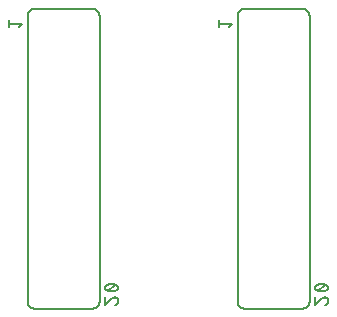
<source format=gbr>
G04 EAGLE Gerber RS-274X export*
G75*
%MOMM*%
%FSLAX34Y34*%
%LPD*%
%INSilkscreen Bottom*%
%IPPOS*%
%AMOC8*
5,1,8,0,0,1.08239X$1,22.5*%
G01*
%ADD10C,0.152400*%
%ADD11C,0.127000*%


D10*
X328930Y520700D02*
X280670Y520700D01*
X280512Y520698D01*
X280353Y520692D01*
X280195Y520682D01*
X280038Y520668D01*
X279880Y520651D01*
X279724Y520629D01*
X279567Y520604D01*
X279412Y520574D01*
X279257Y520541D01*
X279103Y520504D01*
X278950Y520463D01*
X278798Y520418D01*
X278648Y520369D01*
X278498Y520317D01*
X278350Y520261D01*
X278203Y520201D01*
X278058Y520138D01*
X277915Y520071D01*
X277773Y520001D01*
X277633Y519927D01*
X277495Y519849D01*
X277359Y519768D01*
X277225Y519684D01*
X277093Y519597D01*
X276963Y519506D01*
X276836Y519412D01*
X276711Y519315D01*
X276588Y519214D01*
X276468Y519111D01*
X276351Y519005D01*
X276236Y518896D01*
X276124Y518784D01*
X276015Y518669D01*
X275909Y518552D01*
X275806Y518432D01*
X275705Y518309D01*
X275608Y518184D01*
X275514Y518057D01*
X275423Y517927D01*
X275336Y517795D01*
X275252Y517661D01*
X275171Y517525D01*
X275093Y517387D01*
X275019Y517247D01*
X274949Y517105D01*
X274882Y516962D01*
X274819Y516817D01*
X274759Y516670D01*
X274703Y516522D01*
X274651Y516372D01*
X274602Y516222D01*
X274557Y516070D01*
X274516Y515917D01*
X274479Y515763D01*
X274446Y515608D01*
X274416Y515453D01*
X274391Y515296D01*
X274369Y515140D01*
X274352Y514982D01*
X274338Y514825D01*
X274328Y514667D01*
X274322Y514508D01*
X274320Y514350D01*
X328930Y520700D02*
X329088Y520698D01*
X329247Y520692D01*
X329405Y520682D01*
X329562Y520668D01*
X329720Y520651D01*
X329876Y520629D01*
X330033Y520604D01*
X330188Y520574D01*
X330343Y520541D01*
X330497Y520504D01*
X330650Y520463D01*
X330802Y520418D01*
X330952Y520369D01*
X331102Y520317D01*
X331250Y520261D01*
X331397Y520201D01*
X331542Y520138D01*
X331685Y520071D01*
X331827Y520001D01*
X331967Y519927D01*
X332105Y519849D01*
X332241Y519768D01*
X332375Y519684D01*
X332507Y519597D01*
X332637Y519506D01*
X332764Y519412D01*
X332889Y519315D01*
X333012Y519214D01*
X333132Y519111D01*
X333249Y519005D01*
X333364Y518896D01*
X333476Y518784D01*
X333585Y518669D01*
X333691Y518552D01*
X333794Y518432D01*
X333895Y518309D01*
X333992Y518184D01*
X334086Y518057D01*
X334177Y517927D01*
X334264Y517795D01*
X334348Y517661D01*
X334429Y517525D01*
X334507Y517387D01*
X334581Y517247D01*
X334651Y517105D01*
X334718Y516962D01*
X334781Y516817D01*
X334841Y516670D01*
X334897Y516522D01*
X334949Y516372D01*
X334998Y516222D01*
X335043Y516070D01*
X335084Y515917D01*
X335121Y515763D01*
X335154Y515608D01*
X335184Y515453D01*
X335209Y515296D01*
X335231Y515140D01*
X335248Y514982D01*
X335262Y514825D01*
X335272Y514667D01*
X335278Y514508D01*
X335280Y514350D01*
X274320Y514350D02*
X274320Y273050D01*
X280670Y266700D02*
X328930Y266700D01*
X335280Y273050D02*
X335280Y514350D01*
X274320Y273050D02*
X274322Y272892D01*
X274328Y272733D01*
X274338Y272575D01*
X274352Y272418D01*
X274369Y272260D01*
X274391Y272104D01*
X274416Y271947D01*
X274446Y271792D01*
X274479Y271637D01*
X274516Y271483D01*
X274557Y271330D01*
X274602Y271178D01*
X274651Y271028D01*
X274703Y270878D01*
X274759Y270730D01*
X274819Y270583D01*
X274882Y270438D01*
X274949Y270295D01*
X275019Y270153D01*
X275093Y270013D01*
X275171Y269875D01*
X275252Y269739D01*
X275336Y269605D01*
X275423Y269473D01*
X275514Y269343D01*
X275608Y269216D01*
X275705Y269091D01*
X275806Y268968D01*
X275909Y268848D01*
X276015Y268731D01*
X276124Y268616D01*
X276236Y268504D01*
X276351Y268395D01*
X276468Y268289D01*
X276588Y268186D01*
X276711Y268085D01*
X276836Y267988D01*
X276963Y267894D01*
X277093Y267803D01*
X277225Y267716D01*
X277359Y267632D01*
X277495Y267551D01*
X277633Y267473D01*
X277773Y267399D01*
X277915Y267329D01*
X278058Y267262D01*
X278203Y267199D01*
X278350Y267139D01*
X278498Y267083D01*
X278648Y267031D01*
X278798Y266982D01*
X278950Y266937D01*
X279103Y266896D01*
X279257Y266859D01*
X279412Y266826D01*
X279567Y266796D01*
X279724Y266771D01*
X279880Y266749D01*
X280038Y266732D01*
X280195Y266718D01*
X280353Y266708D01*
X280512Y266702D01*
X280670Y266700D01*
X328930Y266700D02*
X329088Y266702D01*
X329247Y266708D01*
X329405Y266718D01*
X329562Y266732D01*
X329720Y266749D01*
X329876Y266771D01*
X330033Y266796D01*
X330188Y266826D01*
X330343Y266859D01*
X330497Y266896D01*
X330650Y266937D01*
X330802Y266982D01*
X330952Y267031D01*
X331102Y267083D01*
X331250Y267139D01*
X331397Y267199D01*
X331542Y267262D01*
X331685Y267329D01*
X331827Y267399D01*
X331967Y267473D01*
X332105Y267551D01*
X332241Y267632D01*
X332375Y267716D01*
X332507Y267803D01*
X332637Y267894D01*
X332764Y267988D01*
X332889Y268085D01*
X333012Y268186D01*
X333132Y268289D01*
X333249Y268395D01*
X333364Y268504D01*
X333476Y268616D01*
X333585Y268731D01*
X333691Y268848D01*
X333794Y268968D01*
X333895Y269091D01*
X333992Y269216D01*
X334086Y269343D01*
X334177Y269473D01*
X334264Y269605D01*
X334348Y269739D01*
X334429Y269875D01*
X334507Y270013D01*
X334581Y270153D01*
X334651Y270295D01*
X334718Y270438D01*
X334781Y270583D01*
X334841Y270730D01*
X334897Y270878D01*
X334949Y271028D01*
X334998Y271178D01*
X335043Y271330D01*
X335084Y271483D01*
X335121Y271637D01*
X335154Y271792D01*
X335184Y271947D01*
X335209Y272104D01*
X335231Y272260D01*
X335248Y272418D01*
X335262Y272575D01*
X335272Y272733D01*
X335278Y272892D01*
X335280Y273050D01*
D11*
X267335Y504825D02*
X269875Y508000D01*
X258445Y508000D01*
X258445Y504825D02*
X258445Y511175D01*
X348298Y276226D02*
X348402Y276224D01*
X348507Y276218D01*
X348611Y276209D01*
X348714Y276196D01*
X348817Y276178D01*
X348919Y276158D01*
X349021Y276133D01*
X349121Y276105D01*
X349221Y276073D01*
X349319Y276037D01*
X349416Y275998D01*
X349511Y275956D01*
X349605Y275910D01*
X349697Y275860D01*
X349787Y275808D01*
X349875Y275752D01*
X349961Y275692D01*
X350045Y275630D01*
X350126Y275565D01*
X350205Y275497D01*
X350282Y275425D01*
X350355Y275352D01*
X350427Y275275D01*
X350495Y275196D01*
X350560Y275115D01*
X350622Y275031D01*
X350682Y274945D01*
X350738Y274857D01*
X350790Y274767D01*
X350840Y274675D01*
X350886Y274581D01*
X350928Y274486D01*
X350967Y274389D01*
X351003Y274291D01*
X351035Y274191D01*
X351063Y274091D01*
X351088Y273989D01*
X351108Y273887D01*
X351126Y273784D01*
X351139Y273681D01*
X351148Y273577D01*
X351154Y273472D01*
X351156Y273368D01*
X351155Y273368D02*
X351153Y273250D01*
X351147Y273131D01*
X351138Y273013D01*
X351125Y272896D01*
X351107Y272779D01*
X351087Y272662D01*
X351062Y272546D01*
X351034Y272431D01*
X351001Y272318D01*
X350966Y272205D01*
X350926Y272093D01*
X350884Y271983D01*
X350837Y271874D01*
X350787Y271766D01*
X350734Y271661D01*
X350677Y271557D01*
X350617Y271455D01*
X350554Y271355D01*
X350487Y271257D01*
X350418Y271161D01*
X350345Y271068D01*
X350269Y270977D01*
X350191Y270888D01*
X350109Y270802D01*
X350025Y270719D01*
X349939Y270638D01*
X349849Y270561D01*
X349758Y270486D01*
X349664Y270414D01*
X349567Y270345D01*
X349469Y270280D01*
X349368Y270217D01*
X349265Y270158D01*
X349161Y270102D01*
X349055Y270050D01*
X348947Y270001D01*
X348838Y269956D01*
X348727Y269914D01*
X348615Y269876D01*
X346076Y275273D02*
X346151Y275349D01*
X346230Y275424D01*
X346311Y275495D01*
X346395Y275564D01*
X346481Y275629D01*
X346569Y275691D01*
X346659Y275751D01*
X346751Y275807D01*
X346846Y275860D01*
X346942Y275909D01*
X347040Y275955D01*
X347139Y275998D01*
X347240Y276037D01*
X347342Y276072D01*
X347445Y276104D01*
X347549Y276132D01*
X347654Y276157D01*
X347761Y276178D01*
X347867Y276195D01*
X347974Y276208D01*
X348082Y276217D01*
X348190Y276223D01*
X348298Y276225D01*
X346075Y275273D02*
X339725Y269875D01*
X339725Y276225D01*
X345440Y281305D02*
X345665Y281308D01*
X345890Y281316D01*
X346114Y281329D01*
X346338Y281348D01*
X346562Y281372D01*
X346785Y281401D01*
X347007Y281436D01*
X347228Y281476D01*
X347448Y281522D01*
X347667Y281572D01*
X347885Y281628D01*
X348102Y281689D01*
X348317Y281755D01*
X348530Y281826D01*
X348741Y281903D01*
X348951Y281984D01*
X349159Y282070D01*
X349364Y282161D01*
X349567Y282257D01*
X349568Y282257D02*
X349656Y282289D01*
X349743Y282325D01*
X349829Y282364D01*
X349913Y282407D01*
X349995Y282453D01*
X350075Y282502D01*
X350153Y282554D01*
X350229Y282610D01*
X350303Y282668D01*
X350374Y282730D01*
X350443Y282794D01*
X350509Y282861D01*
X350572Y282930D01*
X350633Y283002D01*
X350691Y283076D01*
X350745Y283153D01*
X350797Y283231D01*
X350845Y283312D01*
X350890Y283394D01*
X350932Y283479D01*
X350970Y283565D01*
X351005Y283652D01*
X351037Y283740D01*
X351064Y283830D01*
X351089Y283921D01*
X351109Y284013D01*
X351126Y284105D01*
X351139Y284199D01*
X351148Y284292D01*
X351154Y284386D01*
X351156Y284480D01*
X351154Y284574D01*
X351148Y284668D01*
X351139Y284761D01*
X351126Y284855D01*
X351109Y284947D01*
X351089Y285039D01*
X351064Y285130D01*
X351037Y285220D01*
X351005Y285308D01*
X350970Y285395D01*
X350932Y285481D01*
X350890Y285566D01*
X350845Y285648D01*
X350797Y285729D01*
X350745Y285807D01*
X350691Y285884D01*
X350633Y285958D01*
X350572Y286030D01*
X350509Y286099D01*
X350443Y286166D01*
X350374Y286230D01*
X350303Y286292D01*
X350229Y286350D01*
X350153Y286406D01*
X350075Y286458D01*
X349995Y286507D01*
X349913Y286553D01*
X349829Y286596D01*
X349743Y286635D01*
X349656Y286671D01*
X349568Y286703D01*
X349567Y286703D02*
X349364Y286799D01*
X349159Y286890D01*
X348951Y286976D01*
X348741Y287057D01*
X348530Y287134D01*
X348317Y287205D01*
X348102Y287271D01*
X347885Y287332D01*
X347667Y287388D01*
X347448Y287438D01*
X347228Y287484D01*
X347007Y287524D01*
X346785Y287559D01*
X346562Y287588D01*
X346338Y287612D01*
X346114Y287631D01*
X345890Y287644D01*
X345665Y287652D01*
X345440Y287655D01*
X345440Y281305D02*
X345215Y281308D01*
X344990Y281316D01*
X344766Y281329D01*
X344542Y281348D01*
X344318Y281372D01*
X344095Y281401D01*
X343873Y281436D01*
X343652Y281476D01*
X343432Y281522D01*
X343213Y281572D01*
X342995Y281628D01*
X342778Y281689D01*
X342563Y281755D01*
X342350Y281826D01*
X342139Y281903D01*
X341929Y281984D01*
X341721Y282070D01*
X341516Y282161D01*
X341313Y282257D01*
X341225Y282289D01*
X341138Y282325D01*
X341052Y282364D01*
X340968Y282407D01*
X340886Y282453D01*
X340806Y282502D01*
X340728Y282554D01*
X340652Y282610D01*
X340578Y282668D01*
X340507Y282730D01*
X340438Y282794D01*
X340372Y282861D01*
X340309Y282930D01*
X340248Y283002D01*
X340190Y283076D01*
X340136Y283153D01*
X340084Y283231D01*
X340036Y283312D01*
X339991Y283394D01*
X339949Y283479D01*
X339911Y283565D01*
X339876Y283652D01*
X339844Y283740D01*
X339817Y283830D01*
X339792Y283921D01*
X339772Y284013D01*
X339755Y284105D01*
X339742Y284199D01*
X339733Y284292D01*
X339727Y284386D01*
X339725Y284480D01*
X341313Y286703D02*
X341516Y286799D01*
X341721Y286890D01*
X341929Y286976D01*
X342139Y287057D01*
X342350Y287134D01*
X342563Y287205D01*
X342778Y287271D01*
X342995Y287332D01*
X343213Y287388D01*
X343432Y287438D01*
X343652Y287484D01*
X343873Y287524D01*
X344095Y287559D01*
X344318Y287588D01*
X344542Y287612D01*
X344766Y287631D01*
X344990Y287644D01*
X345215Y287652D01*
X345440Y287655D01*
X341313Y286703D02*
X341225Y286671D01*
X341138Y286635D01*
X341052Y286596D01*
X340968Y286553D01*
X340886Y286507D01*
X340806Y286458D01*
X340728Y286406D01*
X340652Y286350D01*
X340578Y286292D01*
X340507Y286230D01*
X340438Y286166D01*
X340372Y286099D01*
X340309Y286030D01*
X340248Y285958D01*
X340190Y285884D01*
X340136Y285807D01*
X340084Y285729D01*
X340036Y285648D01*
X339991Y285566D01*
X339949Y285481D01*
X339911Y285395D01*
X339876Y285308D01*
X339844Y285220D01*
X339817Y285130D01*
X339792Y285039D01*
X339772Y284947D01*
X339755Y284855D01*
X339742Y284761D01*
X339733Y284668D01*
X339727Y284574D01*
X339725Y284480D01*
X342265Y281940D02*
X348615Y287020D01*
D10*
X458470Y520700D02*
X506730Y520700D01*
X458470Y520700D02*
X458312Y520698D01*
X458153Y520692D01*
X457995Y520682D01*
X457838Y520668D01*
X457680Y520651D01*
X457524Y520629D01*
X457367Y520604D01*
X457212Y520574D01*
X457057Y520541D01*
X456903Y520504D01*
X456750Y520463D01*
X456598Y520418D01*
X456448Y520369D01*
X456298Y520317D01*
X456150Y520261D01*
X456003Y520201D01*
X455858Y520138D01*
X455715Y520071D01*
X455573Y520001D01*
X455433Y519927D01*
X455295Y519849D01*
X455159Y519768D01*
X455025Y519684D01*
X454893Y519597D01*
X454763Y519506D01*
X454636Y519412D01*
X454511Y519315D01*
X454388Y519214D01*
X454268Y519111D01*
X454151Y519005D01*
X454036Y518896D01*
X453924Y518784D01*
X453815Y518669D01*
X453709Y518552D01*
X453606Y518432D01*
X453505Y518309D01*
X453408Y518184D01*
X453314Y518057D01*
X453223Y517927D01*
X453136Y517795D01*
X453052Y517661D01*
X452971Y517525D01*
X452893Y517387D01*
X452819Y517247D01*
X452749Y517105D01*
X452682Y516962D01*
X452619Y516817D01*
X452559Y516670D01*
X452503Y516522D01*
X452451Y516372D01*
X452402Y516222D01*
X452357Y516070D01*
X452316Y515917D01*
X452279Y515763D01*
X452246Y515608D01*
X452216Y515453D01*
X452191Y515296D01*
X452169Y515140D01*
X452152Y514982D01*
X452138Y514825D01*
X452128Y514667D01*
X452122Y514508D01*
X452120Y514350D01*
X506730Y520700D02*
X506888Y520698D01*
X507047Y520692D01*
X507205Y520682D01*
X507362Y520668D01*
X507520Y520651D01*
X507676Y520629D01*
X507833Y520604D01*
X507988Y520574D01*
X508143Y520541D01*
X508297Y520504D01*
X508450Y520463D01*
X508602Y520418D01*
X508752Y520369D01*
X508902Y520317D01*
X509050Y520261D01*
X509197Y520201D01*
X509342Y520138D01*
X509485Y520071D01*
X509627Y520001D01*
X509767Y519927D01*
X509905Y519849D01*
X510041Y519768D01*
X510175Y519684D01*
X510307Y519597D01*
X510437Y519506D01*
X510564Y519412D01*
X510689Y519315D01*
X510812Y519214D01*
X510932Y519111D01*
X511049Y519005D01*
X511164Y518896D01*
X511276Y518784D01*
X511385Y518669D01*
X511491Y518552D01*
X511594Y518432D01*
X511695Y518309D01*
X511792Y518184D01*
X511886Y518057D01*
X511977Y517927D01*
X512064Y517795D01*
X512148Y517661D01*
X512229Y517525D01*
X512307Y517387D01*
X512381Y517247D01*
X512451Y517105D01*
X512518Y516962D01*
X512581Y516817D01*
X512641Y516670D01*
X512697Y516522D01*
X512749Y516372D01*
X512798Y516222D01*
X512843Y516070D01*
X512884Y515917D01*
X512921Y515763D01*
X512954Y515608D01*
X512984Y515453D01*
X513009Y515296D01*
X513031Y515140D01*
X513048Y514982D01*
X513062Y514825D01*
X513072Y514667D01*
X513078Y514508D01*
X513080Y514350D01*
X452120Y514350D02*
X452120Y273050D01*
X458470Y266700D02*
X506730Y266700D01*
X513080Y273050D02*
X513080Y514350D01*
X452120Y273050D02*
X452122Y272892D01*
X452128Y272733D01*
X452138Y272575D01*
X452152Y272418D01*
X452169Y272260D01*
X452191Y272104D01*
X452216Y271947D01*
X452246Y271792D01*
X452279Y271637D01*
X452316Y271483D01*
X452357Y271330D01*
X452402Y271178D01*
X452451Y271028D01*
X452503Y270878D01*
X452559Y270730D01*
X452619Y270583D01*
X452682Y270438D01*
X452749Y270295D01*
X452819Y270153D01*
X452893Y270013D01*
X452971Y269875D01*
X453052Y269739D01*
X453136Y269605D01*
X453223Y269473D01*
X453314Y269343D01*
X453408Y269216D01*
X453505Y269091D01*
X453606Y268968D01*
X453709Y268848D01*
X453815Y268731D01*
X453924Y268616D01*
X454036Y268504D01*
X454151Y268395D01*
X454268Y268289D01*
X454388Y268186D01*
X454511Y268085D01*
X454636Y267988D01*
X454763Y267894D01*
X454893Y267803D01*
X455025Y267716D01*
X455159Y267632D01*
X455295Y267551D01*
X455433Y267473D01*
X455573Y267399D01*
X455715Y267329D01*
X455858Y267262D01*
X456003Y267199D01*
X456150Y267139D01*
X456298Y267083D01*
X456448Y267031D01*
X456598Y266982D01*
X456750Y266937D01*
X456903Y266896D01*
X457057Y266859D01*
X457212Y266826D01*
X457367Y266796D01*
X457524Y266771D01*
X457680Y266749D01*
X457838Y266732D01*
X457995Y266718D01*
X458153Y266708D01*
X458312Y266702D01*
X458470Y266700D01*
X506730Y266700D02*
X506888Y266702D01*
X507047Y266708D01*
X507205Y266718D01*
X507362Y266732D01*
X507520Y266749D01*
X507676Y266771D01*
X507833Y266796D01*
X507988Y266826D01*
X508143Y266859D01*
X508297Y266896D01*
X508450Y266937D01*
X508602Y266982D01*
X508752Y267031D01*
X508902Y267083D01*
X509050Y267139D01*
X509197Y267199D01*
X509342Y267262D01*
X509485Y267329D01*
X509627Y267399D01*
X509767Y267473D01*
X509905Y267551D01*
X510041Y267632D01*
X510175Y267716D01*
X510307Y267803D01*
X510437Y267894D01*
X510564Y267988D01*
X510689Y268085D01*
X510812Y268186D01*
X510932Y268289D01*
X511049Y268395D01*
X511164Y268504D01*
X511276Y268616D01*
X511385Y268731D01*
X511491Y268848D01*
X511594Y268968D01*
X511695Y269091D01*
X511792Y269216D01*
X511886Y269343D01*
X511977Y269473D01*
X512064Y269605D01*
X512148Y269739D01*
X512229Y269875D01*
X512307Y270013D01*
X512381Y270153D01*
X512451Y270295D01*
X512518Y270438D01*
X512581Y270583D01*
X512641Y270730D01*
X512697Y270878D01*
X512749Y271028D01*
X512798Y271178D01*
X512843Y271330D01*
X512884Y271483D01*
X512921Y271637D01*
X512954Y271792D01*
X512984Y271947D01*
X513009Y272104D01*
X513031Y272260D01*
X513048Y272418D01*
X513062Y272575D01*
X513072Y272733D01*
X513078Y272892D01*
X513080Y273050D01*
D11*
X445135Y504825D02*
X447675Y508000D01*
X436245Y508000D01*
X436245Y504825D02*
X436245Y511175D01*
X526098Y276226D02*
X526202Y276224D01*
X526307Y276218D01*
X526411Y276209D01*
X526514Y276196D01*
X526617Y276178D01*
X526719Y276158D01*
X526821Y276133D01*
X526921Y276105D01*
X527021Y276073D01*
X527119Y276037D01*
X527216Y275998D01*
X527311Y275956D01*
X527405Y275910D01*
X527497Y275860D01*
X527587Y275808D01*
X527675Y275752D01*
X527761Y275692D01*
X527845Y275630D01*
X527926Y275565D01*
X528005Y275497D01*
X528082Y275425D01*
X528155Y275352D01*
X528227Y275275D01*
X528295Y275196D01*
X528360Y275115D01*
X528422Y275031D01*
X528482Y274945D01*
X528538Y274857D01*
X528590Y274767D01*
X528640Y274675D01*
X528686Y274581D01*
X528728Y274486D01*
X528767Y274389D01*
X528803Y274291D01*
X528835Y274191D01*
X528863Y274091D01*
X528888Y273989D01*
X528908Y273887D01*
X528926Y273784D01*
X528939Y273681D01*
X528948Y273577D01*
X528954Y273472D01*
X528956Y273368D01*
X528955Y273368D02*
X528953Y273250D01*
X528947Y273131D01*
X528938Y273013D01*
X528925Y272896D01*
X528907Y272779D01*
X528887Y272662D01*
X528862Y272546D01*
X528834Y272431D01*
X528801Y272318D01*
X528766Y272205D01*
X528726Y272093D01*
X528684Y271983D01*
X528637Y271874D01*
X528587Y271766D01*
X528534Y271661D01*
X528477Y271557D01*
X528417Y271455D01*
X528354Y271355D01*
X528287Y271257D01*
X528218Y271161D01*
X528145Y271068D01*
X528069Y270977D01*
X527991Y270888D01*
X527909Y270802D01*
X527825Y270719D01*
X527739Y270638D01*
X527649Y270561D01*
X527558Y270486D01*
X527464Y270414D01*
X527367Y270345D01*
X527269Y270280D01*
X527168Y270217D01*
X527065Y270158D01*
X526961Y270102D01*
X526855Y270050D01*
X526747Y270001D01*
X526638Y269956D01*
X526527Y269914D01*
X526415Y269876D01*
X523876Y275273D02*
X523951Y275349D01*
X524030Y275424D01*
X524111Y275495D01*
X524195Y275564D01*
X524281Y275629D01*
X524369Y275691D01*
X524459Y275751D01*
X524551Y275807D01*
X524646Y275860D01*
X524742Y275909D01*
X524840Y275955D01*
X524939Y275998D01*
X525040Y276037D01*
X525142Y276072D01*
X525245Y276104D01*
X525349Y276132D01*
X525454Y276157D01*
X525561Y276178D01*
X525667Y276195D01*
X525774Y276208D01*
X525882Y276217D01*
X525990Y276223D01*
X526098Y276225D01*
X523875Y275273D02*
X517525Y269875D01*
X517525Y276225D01*
X523240Y281305D02*
X523465Y281308D01*
X523690Y281316D01*
X523914Y281329D01*
X524138Y281348D01*
X524362Y281372D01*
X524585Y281401D01*
X524807Y281436D01*
X525028Y281476D01*
X525248Y281522D01*
X525467Y281572D01*
X525685Y281628D01*
X525902Y281689D01*
X526117Y281755D01*
X526330Y281826D01*
X526541Y281903D01*
X526751Y281984D01*
X526959Y282070D01*
X527164Y282161D01*
X527367Y282257D01*
X527368Y282257D02*
X527456Y282289D01*
X527543Y282325D01*
X527629Y282364D01*
X527713Y282407D01*
X527795Y282453D01*
X527875Y282502D01*
X527953Y282554D01*
X528029Y282610D01*
X528103Y282668D01*
X528174Y282730D01*
X528243Y282794D01*
X528309Y282861D01*
X528372Y282930D01*
X528433Y283002D01*
X528491Y283076D01*
X528545Y283153D01*
X528597Y283231D01*
X528645Y283312D01*
X528690Y283394D01*
X528732Y283479D01*
X528770Y283565D01*
X528805Y283652D01*
X528837Y283740D01*
X528864Y283830D01*
X528889Y283921D01*
X528909Y284013D01*
X528926Y284105D01*
X528939Y284199D01*
X528948Y284292D01*
X528954Y284386D01*
X528956Y284480D01*
X528954Y284574D01*
X528948Y284668D01*
X528939Y284761D01*
X528926Y284855D01*
X528909Y284947D01*
X528889Y285039D01*
X528864Y285130D01*
X528837Y285220D01*
X528805Y285308D01*
X528770Y285395D01*
X528732Y285481D01*
X528690Y285566D01*
X528645Y285648D01*
X528597Y285729D01*
X528545Y285807D01*
X528491Y285884D01*
X528433Y285958D01*
X528372Y286030D01*
X528309Y286099D01*
X528243Y286166D01*
X528174Y286230D01*
X528103Y286292D01*
X528029Y286350D01*
X527953Y286406D01*
X527875Y286458D01*
X527795Y286507D01*
X527713Y286553D01*
X527629Y286596D01*
X527543Y286635D01*
X527456Y286671D01*
X527368Y286703D01*
X527367Y286703D02*
X527164Y286799D01*
X526959Y286890D01*
X526751Y286976D01*
X526541Y287057D01*
X526330Y287134D01*
X526117Y287205D01*
X525902Y287271D01*
X525685Y287332D01*
X525467Y287388D01*
X525248Y287438D01*
X525028Y287484D01*
X524807Y287524D01*
X524585Y287559D01*
X524362Y287588D01*
X524138Y287612D01*
X523914Y287631D01*
X523690Y287644D01*
X523465Y287652D01*
X523240Y287655D01*
X523240Y281305D02*
X523015Y281308D01*
X522790Y281316D01*
X522566Y281329D01*
X522342Y281348D01*
X522118Y281372D01*
X521895Y281401D01*
X521673Y281436D01*
X521452Y281476D01*
X521232Y281522D01*
X521013Y281572D01*
X520795Y281628D01*
X520578Y281689D01*
X520363Y281755D01*
X520150Y281826D01*
X519939Y281903D01*
X519729Y281984D01*
X519521Y282070D01*
X519316Y282161D01*
X519113Y282257D01*
X519025Y282289D01*
X518938Y282325D01*
X518852Y282364D01*
X518768Y282407D01*
X518686Y282453D01*
X518606Y282502D01*
X518528Y282554D01*
X518452Y282610D01*
X518378Y282668D01*
X518307Y282730D01*
X518238Y282794D01*
X518172Y282861D01*
X518109Y282930D01*
X518048Y283002D01*
X517990Y283076D01*
X517936Y283153D01*
X517884Y283231D01*
X517836Y283312D01*
X517791Y283394D01*
X517749Y283479D01*
X517711Y283565D01*
X517676Y283652D01*
X517644Y283740D01*
X517617Y283830D01*
X517592Y283921D01*
X517572Y284013D01*
X517555Y284105D01*
X517542Y284199D01*
X517533Y284292D01*
X517527Y284386D01*
X517525Y284480D01*
X519113Y286703D02*
X519316Y286799D01*
X519521Y286890D01*
X519729Y286976D01*
X519939Y287057D01*
X520150Y287134D01*
X520363Y287205D01*
X520578Y287271D01*
X520795Y287332D01*
X521013Y287388D01*
X521232Y287438D01*
X521452Y287484D01*
X521673Y287524D01*
X521895Y287559D01*
X522118Y287588D01*
X522342Y287612D01*
X522566Y287631D01*
X522790Y287644D01*
X523015Y287652D01*
X523240Y287655D01*
X519113Y286703D02*
X519025Y286671D01*
X518938Y286635D01*
X518852Y286596D01*
X518768Y286553D01*
X518686Y286507D01*
X518606Y286458D01*
X518528Y286406D01*
X518452Y286350D01*
X518378Y286292D01*
X518307Y286230D01*
X518238Y286166D01*
X518172Y286099D01*
X518109Y286030D01*
X518048Y285958D01*
X517990Y285884D01*
X517936Y285807D01*
X517884Y285729D01*
X517836Y285648D01*
X517791Y285566D01*
X517749Y285481D01*
X517711Y285395D01*
X517676Y285308D01*
X517644Y285220D01*
X517617Y285130D01*
X517592Y285039D01*
X517572Y284947D01*
X517555Y284855D01*
X517542Y284761D01*
X517533Y284668D01*
X517527Y284574D01*
X517525Y284480D01*
X520065Y281940D02*
X526415Y287020D01*
M02*

</source>
